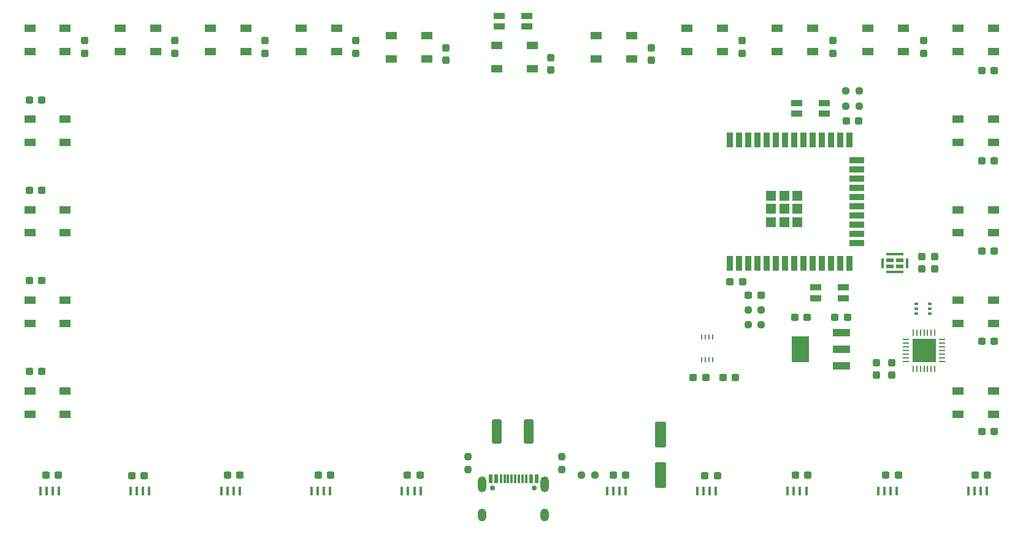
<source format=gbr>
%TF.GenerationSoftware,KiCad,Pcbnew,(6.0.4-0)*%
%TF.CreationDate,2022-06-17T16:33:18+02:00*%
%TF.ProjectId,GlowSignMainPCB No battery,476c6f77-5369-4676-9e4d-61696e504342,rev?*%
%TF.SameCoordinates,Original*%
%TF.FileFunction,Soldermask,Top*%
%TF.FilePolarity,Negative*%
%FSLAX46Y46*%
G04 Gerber Fmt 4.6, Leading zero omitted, Abs format (unit mm)*
G04 Created by KiCad (PCBNEW (6.0.4-0)) date 2022-06-17 16:33:18*
%MOMM*%
%LPD*%
G01*
G04 APERTURE LIST*
G04 Aperture macros list*
%AMRoundRect*
0 Rectangle with rounded corners*
0 $1 Rounding radius*
0 $2 $3 $4 $5 $6 $7 $8 $9 X,Y pos of 4 corners*
0 Add a 4 corners polygon primitive as box body*
4,1,4,$2,$3,$4,$5,$6,$7,$8,$9,$2,$3,0*
0 Add four circle primitives for the rounded corners*
1,1,$1+$1,$2,$3*
1,1,$1+$1,$4,$5*
1,1,$1+$1,$6,$7*
1,1,$1+$1,$8,$9*
0 Add four rect primitives between the rounded corners*
20,1,$1+$1,$2,$3,$4,$5,0*
20,1,$1+$1,$4,$5,$6,$7,0*
20,1,$1+$1,$6,$7,$8,$9,0*
20,1,$1+$1,$8,$9,$2,$3,0*%
G04 Aperture macros list end*
%ADD10RoundRect,0.237500X-0.237500X0.300000X-0.237500X-0.300000X0.237500X-0.300000X0.237500X0.300000X0*%
%ADD11R,0.419990X1.300000*%
%ADD12R,0.900000X2.000000*%
%ADD13R,2.000000X0.900000*%
%ADD14R,1.330000X1.330000*%
%ADD15R,1.500000X1.000000*%
%ADD16RoundRect,0.237500X-0.300000X-0.237500X0.300000X-0.237500X0.300000X0.237500X-0.300000X0.237500X0*%
%ADD17RoundRect,0.250000X-0.400000X-1.450000X0.400000X-1.450000X0.400000X1.450000X-0.400000X1.450000X0*%
%ADD18RoundRect,0.237500X-0.237500X0.250000X-0.237500X-0.250000X0.237500X-0.250000X0.237500X0.250000X0*%
%ADD19RoundRect,0.237500X0.300000X0.237500X-0.300000X0.237500X-0.300000X-0.237500X0.300000X-0.237500X0*%
%ADD20R,0.900000X0.280010*%
%ADD21R,0.280010X0.900000*%
%ADD22R,3.300000X3.300000*%
%ADD23RoundRect,0.250000X-0.550000X1.500000X-0.550000X-1.500000X0.550000X-1.500000X0.550000X1.500000X0*%
%ADD24O,0.250013X0.750013*%
%ADD25R,2.470003X0.980010*%
%ADD26R,2.470003X3.600000*%
%ADD27R,1.500000X0.900000*%
%ADD28RoundRect,0.237500X0.237500X-0.300000X0.237500X0.300000X-0.237500X0.300000X-0.237500X-0.300000X0*%
%ADD29R,0.600000X0.419990*%
%ADD30C,0.700025*%
%ADD31R,0.600000X1.300000*%
%ADD32R,0.300000X1.300000*%
%ADD33O,1.200000X1.800000*%
%ADD34O,1.200000X2.200000*%
%ADD35RoundRect,0.237500X-0.250000X-0.237500X0.250000X-0.237500X0.250000X0.237500X-0.250000X0.237500X0*%
%ADD36RoundRect,0.237500X0.250000X0.237500X-0.250000X0.237500X-0.250000X-0.237500X0.250000X-0.237500X0*%
%ADD37R,1.050013X0.550013*%
%ADD38R,0.450013X1.400000*%
%ADD39R,2.400000X0.450013*%
G04 APERTURE END LIST*
D10*
%TO.C,C31*%
X170130000Y-66587500D03*
X170130000Y-68312500D03*
%TD*%
D11*
%TO.C,D3*%
X164035842Y-127758498D03*
X164885728Y-127758498D03*
X165735868Y-127758498D03*
X166585754Y-127758498D03*
%TD*%
D12*
%TO.C,U4*%
X181004850Y-96302100D03*
X182274850Y-96302100D03*
X183544850Y-96302100D03*
X184814850Y-96302100D03*
X186084850Y-96302100D03*
X187354850Y-96302100D03*
X188624850Y-96302100D03*
X189894850Y-96302100D03*
X191164850Y-96302100D03*
X192434850Y-96302100D03*
X193704850Y-96302100D03*
X194974850Y-96302100D03*
X196244850Y-96302100D03*
X197514850Y-96302100D03*
D13*
X198514850Y-93517100D03*
X198514850Y-92247100D03*
X198514850Y-90977100D03*
X198514850Y-89707100D03*
X198514850Y-88437100D03*
X198514850Y-87167100D03*
X198514850Y-85897100D03*
X198514850Y-84627100D03*
X198514850Y-83357100D03*
X198514850Y-82087100D03*
D12*
X197514850Y-79302100D03*
X196244850Y-79302100D03*
X194974850Y-79302100D03*
X193704850Y-79302100D03*
X192434850Y-79302100D03*
X191164850Y-79302100D03*
X189894850Y-79302100D03*
X188624850Y-79302100D03*
X187354850Y-79302100D03*
X186084850Y-79302100D03*
X184814850Y-79302100D03*
X183544850Y-79302100D03*
X182274850Y-79302100D03*
X181004850Y-79302100D03*
D14*
X186669850Y-90637100D03*
X188504850Y-88802100D03*
X186669850Y-86967100D03*
X190339850Y-90637100D03*
X190339850Y-86967100D03*
X190339850Y-88802100D03*
X188504850Y-90637100D03*
X186669850Y-88802100D03*
X188504850Y-86967100D03*
%TD*%
D15*
%TO.C,D18*%
X134291100Y-64920000D03*
X134291100Y-68120000D03*
X139191100Y-68120000D03*
X139191100Y-64920000D03*
%TD*%
%TO.C,D12*%
X212505700Y-63920000D03*
X212505700Y-67120000D03*
X217405700Y-67120000D03*
X217405700Y-63920000D03*
%TD*%
D16*
%TO.C,C48*%
X175937500Y-112060000D03*
X177662500Y-112060000D03*
%TD*%
D15*
%TO.C,D15*%
X175062400Y-63920000D03*
X175062400Y-67120000D03*
X179962400Y-67120000D03*
X179962400Y-63920000D03*
%TD*%
D17*
%TO.C,F1*%
X148825000Y-119530000D03*
X153275000Y-119530000D03*
%TD*%
D15*
%TO.C,D8*%
X212505700Y-113900000D03*
X212505700Y-117100000D03*
X217405700Y-117100000D03*
X217405700Y-113900000D03*
%TD*%
D11*
%TO.C,D28*%
X98302342Y-127758498D03*
X99152228Y-127758498D03*
X100002368Y-127758498D03*
X100852254Y-127758498D03*
%TD*%
D16*
%TO.C,C18*%
X164887500Y-125530000D03*
X166612500Y-125530000D03*
%TD*%
D15*
%TO.C,D19*%
X121810000Y-63920000D03*
X121810000Y-67120000D03*
X126710000Y-67120000D03*
X126710000Y-63920000D03*
%TD*%
D18*
%TO.C,R2*%
X144890000Y-122967500D03*
X144890000Y-124792500D03*
%TD*%
D19*
%TO.C,C7*%
X191710000Y-103800000D03*
X189985000Y-103800000D03*
%TD*%
D15*
%TO.C,D21*%
X96847800Y-63920000D03*
X96847800Y-67120000D03*
X101747800Y-67120000D03*
X101747800Y-63920000D03*
%TD*%
D16*
%TO.C,C38*%
X84320000Y-73770000D03*
X86045000Y-73770000D03*
%TD*%
D15*
%TO.C,D13*%
X200024600Y-63920000D03*
X200024600Y-67120000D03*
X204924600Y-67120000D03*
X204924600Y-63920000D03*
%TD*%
D20*
%TO.C,U7*%
X205310051Y-106848933D03*
X205310051Y-107349314D03*
X205310051Y-107849695D03*
X205310051Y-108350076D03*
X205310051Y-108850457D03*
X205310051Y-109350838D03*
X205310051Y-109851219D03*
D21*
X206308781Y-110850203D03*
X206809162Y-110850203D03*
X207309543Y-110850203D03*
X207809924Y-110850203D03*
X208310305Y-110850203D03*
X208810686Y-110850203D03*
X209311067Y-110850203D03*
D20*
X210310051Y-109851219D03*
X210310051Y-109350838D03*
X210310051Y-108850457D03*
X210310051Y-108350076D03*
X210310051Y-107849695D03*
X210310051Y-107349314D03*
X210310051Y-106848933D03*
D21*
X209311067Y-105850203D03*
X208810686Y-105850203D03*
X208310305Y-105850203D03*
X207809924Y-105850203D03*
X207309543Y-105850203D03*
X206809162Y-105850203D03*
X206308781Y-105850203D03*
D22*
X207809924Y-108350076D03*
%TD*%
D23*
%TO.C,C3*%
X171400000Y-119950000D03*
X171400000Y-125550000D03*
%TD*%
D15*
%TO.C,D10*%
X212505700Y-88910000D03*
X212505700Y-92110000D03*
X217405700Y-92110000D03*
X217405700Y-88910000D03*
%TD*%
D10*
%TO.C,C32*%
X156320000Y-67917500D03*
X156320000Y-69642500D03*
%TD*%
D16*
%TO.C,C40*%
X84320000Y-98716666D03*
X86045000Y-98716666D03*
%TD*%
%TO.C,C46*%
X136485000Y-125530000D03*
X138210000Y-125530000D03*
%TD*%
D24*
%TO.C,U3*%
X177118039Y-109608379D03*
X177618166Y-109608379D03*
X178118039Y-109608379D03*
X178618166Y-109608379D03*
X178618166Y-106508557D03*
X178118039Y-106508557D03*
X177618166Y-106508557D03*
X177118039Y-106508557D03*
%TD*%
D15*
%TO.C,D25*%
X84366700Y-101405000D03*
X84366700Y-104605000D03*
X89266700Y-104605000D03*
X89266700Y-101405000D03*
%TD*%
D10*
%TO.C,C37*%
X91940000Y-65587500D03*
X91940000Y-67312500D03*
%TD*%
D16*
%TO.C,C27*%
X215785000Y-69760000D03*
X217510000Y-69760000D03*
%TD*%
D11*
%TO.C,D4*%
X176516942Y-127758498D03*
X177366828Y-127758498D03*
X178216968Y-127758498D03*
X179066854Y-127758498D03*
%TD*%
D16*
%TO.C,C19*%
X177557500Y-125590000D03*
X179282500Y-125590000D03*
%TD*%
D25*
%TO.C,U18*%
X196414900Y-110439975D03*
X196414900Y-108140000D03*
X196414900Y-105840025D03*
D26*
X190745100Y-108140000D03*
%TD*%
D16*
%TO.C,C44*%
X111637500Y-125530000D03*
X113362500Y-125530000D03*
%TD*%
D15*
%TO.C,D24*%
X84366700Y-88910000D03*
X84366700Y-92110000D03*
X89266700Y-92110000D03*
X89266700Y-88910000D03*
%TD*%
%TO.C,D16*%
X162581300Y-64920000D03*
X162581300Y-68120000D03*
X167481300Y-68120000D03*
X167481300Y-64920000D03*
%TD*%
D16*
%TO.C,C39*%
X84320000Y-86243333D03*
X86045000Y-86243333D03*
%TD*%
%TO.C,C41*%
X84320000Y-111190000D03*
X86045000Y-111190000D03*
%TD*%
D11*
%TO.C,D7*%
X213960242Y-127758498D03*
X214810128Y-127758498D03*
X215660268Y-127758498D03*
X216510154Y-127758498D03*
%TD*%
D27*
%TO.C,SW1*%
X192880076Y-99599936D03*
X196679924Y-99599936D03*
X196679924Y-101100064D03*
X192880076Y-101100064D03*
%TD*%
D15*
%TO.C,D9*%
X212505700Y-101405000D03*
X212505700Y-104605000D03*
X217405700Y-104605000D03*
X217405700Y-101405000D03*
%TD*%
D16*
%TO.C,C24*%
X215785000Y-107102500D03*
X217510000Y-107102500D03*
%TD*%
D10*
%TO.C,C33*%
X141800000Y-66587500D03*
X141800000Y-68312500D03*
%TD*%
D15*
%TO.C,D20*%
X109328900Y-63920000D03*
X109328900Y-67120000D03*
X114228900Y-67120000D03*
X114228900Y-63920000D03*
%TD*%
D10*
%TO.C,C35*%
X116870000Y-65587500D03*
X116870000Y-67312500D03*
%TD*%
D16*
%TO.C,C20*%
X190030000Y-125530000D03*
X191755000Y-125530000D03*
%TD*%
D15*
%TO.C,D17*%
X148811100Y-66250000D03*
X148811100Y-69450000D03*
X153711100Y-69450000D03*
X153711100Y-66250000D03*
%TD*%
D28*
%TO.C,C47*%
X209310000Y-97112500D03*
X209310000Y-95387500D03*
%TD*%
D11*
%TO.C,D29*%
X110783442Y-127758498D03*
X111633328Y-127758498D03*
X112483468Y-127758498D03*
X113333354Y-127758498D03*
%TD*%
D29*
%TO.C,U8*%
X206730897Y-101940013D03*
X206730897Y-102590000D03*
X206730897Y-103239987D03*
X208630821Y-103239987D03*
X208630821Y-102590000D03*
X208630821Y-101940013D03*
%TD*%
D30*
%TO.C,USB1*%
X148257182Y-127312535D03*
X154037218Y-127312535D03*
D31*
X147947302Y-126069964D03*
X148747149Y-126069964D03*
D32*
X149897264Y-126069964D03*
X150897264Y-126069964D03*
X151397136Y-126069964D03*
X152397136Y-126069964D03*
D31*
X154347098Y-126069964D03*
X153547251Y-126069964D03*
D32*
X152897264Y-126069964D03*
X151897264Y-126069964D03*
X150397136Y-126069964D03*
X149397136Y-126069964D03*
D33*
X155467241Y-130992494D03*
D34*
X146827159Y-126812408D03*
D33*
X146827159Y-130992494D03*
D34*
X155467241Y-126812408D03*
%TD*%
D11*
%TO.C,D6*%
X201479142Y-127758498D03*
X202329028Y-127758498D03*
X203179168Y-127758498D03*
X204029054Y-127758498D03*
%TD*%
D27*
%TO.C,SW3*%
X152989924Y-63650064D03*
X149190076Y-63650064D03*
X149190076Y-62149936D03*
X152989924Y-62149936D03*
%TD*%
D16*
%TO.C,C42*%
X86577500Y-125530000D03*
X88302500Y-125530000D03*
%TD*%
D35*
%TO.C,R1*%
X160527500Y-125530000D03*
X162352500Y-125530000D03*
%TD*%
D18*
%TO.C,R3*%
X157780000Y-122967500D03*
X157780000Y-124792500D03*
%TD*%
D16*
%TO.C,C25*%
X215785000Y-94655000D03*
X217510000Y-94655000D03*
%TD*%
D10*
%TO.C,C30*%
X182683333Y-65587500D03*
X182683333Y-67312500D03*
%TD*%
D15*
%TO.C,D26*%
X84366700Y-113900000D03*
X84366700Y-117100000D03*
X89266700Y-117100000D03*
X89266700Y-113900000D03*
%TD*%
%TO.C,D23*%
X84366700Y-76415000D03*
X84366700Y-79615000D03*
X89266700Y-79615000D03*
X89266700Y-76415000D03*
%TD*%
D11*
%TO.C,D5*%
X188998042Y-127758498D03*
X189847928Y-127758498D03*
X190698068Y-127758498D03*
X191547954Y-127758498D03*
%TD*%
D15*
%TO.C,D11*%
X212505700Y-76415000D03*
X212505700Y-79615000D03*
X217405700Y-79615000D03*
X217405700Y-76415000D03*
%TD*%
D10*
%TO.C,C29*%
X195236666Y-65587500D03*
X195236666Y-67312500D03*
%TD*%
D36*
%TO.C,R6*%
X185332500Y-102720000D03*
X183507500Y-102720000D03*
%TD*%
D10*
%TO.C,C28*%
X207790000Y-65587500D03*
X207790000Y-67312500D03*
%TD*%
D16*
%TO.C,C45*%
X124167500Y-125530000D03*
X125892500Y-125530000D03*
%TD*%
D28*
%TO.C,C4*%
X201230000Y-111732500D03*
X201230000Y-110007500D03*
%TD*%
D19*
%TO.C,C2*%
X181782500Y-112080000D03*
X180057500Y-112080000D03*
%TD*%
D10*
%TO.C,C34*%
X129335000Y-65587500D03*
X129335000Y-67312500D03*
%TD*%
D37*
%TO.C,U20*%
X204455083Y-95845545D03*
X203104816Y-95845545D03*
X203104816Y-96695431D03*
X204455083Y-96695431D03*
D38*
X205504867Y-96270488D03*
D39*
X203779949Y-95045443D03*
D38*
X202055032Y-96270488D03*
D39*
X203779949Y-97495532D03*
%TD*%
D19*
%TO.C,C8*%
X185282500Y-100700000D03*
X183557500Y-100700000D03*
%TD*%
D10*
%TO.C,C36*%
X104405000Y-65587500D03*
X104405000Y-67312500D03*
%TD*%
D11*
%TO.C,D27*%
X85821242Y-127758498D03*
X86671128Y-127758498D03*
X87521268Y-127758498D03*
X88371154Y-127758498D03*
%TD*%
D15*
%TO.C,D14*%
X187543500Y-63920000D03*
X187543500Y-67120000D03*
X192443500Y-67120000D03*
X192443500Y-63920000D03*
%TD*%
%TO.C,D22*%
X84366700Y-63920000D03*
X84366700Y-67120000D03*
X89266700Y-67120000D03*
X89266700Y-63920000D03*
%TD*%
D10*
%TO.C,C6*%
X203330000Y-110007500D03*
X203330000Y-111732500D03*
%TD*%
D16*
%TO.C,C1*%
X181047500Y-98890000D03*
X182772500Y-98890000D03*
%TD*%
D11*
%TO.C,D30*%
X123264542Y-127758498D03*
X124114428Y-127758498D03*
X124964568Y-127758498D03*
X125814454Y-127758498D03*
%TD*%
D16*
%TO.C,C21*%
X202537500Y-125530000D03*
X204262500Y-125530000D03*
%TD*%
D11*
%TO.C,D31*%
X135745642Y-127758498D03*
X136595528Y-127758498D03*
X137445668Y-127758498D03*
X138295554Y-127758498D03*
%TD*%
D16*
%TO.C,C23*%
X215785000Y-119550000D03*
X217510000Y-119550000D03*
%TD*%
D35*
%TO.C,R7*%
X197017500Y-74650000D03*
X198842500Y-74650000D03*
%TD*%
D28*
%TO.C,C10*%
X207530000Y-97112500D03*
X207530000Y-95387500D03*
%TD*%
D36*
%TO.C,R5*%
X198842500Y-72560000D03*
X197017500Y-72560000D03*
%TD*%
D16*
%TO.C,C9*%
X197067500Y-76690000D03*
X198792500Y-76690000D03*
%TD*%
D36*
%TO.C,R4*%
X185332500Y-104740000D03*
X183507500Y-104740000D03*
%TD*%
D16*
%TO.C,C5*%
X195515000Y-103800000D03*
X197240000Y-103800000D03*
%TD*%
%TO.C,C22*%
X214870000Y-125530000D03*
X216595000Y-125530000D03*
%TD*%
D27*
%TO.C,SW2*%
X190220076Y-75680064D03*
X194019924Y-75680064D03*
X190220076Y-74179936D03*
X194019924Y-74179936D03*
%TD*%
D16*
%TO.C,C43*%
X98437500Y-125570000D03*
X100162500Y-125570000D03*
%TD*%
%TO.C,C26*%
X215785000Y-82207500D03*
X217510000Y-82207500D03*
%TD*%
M02*

</source>
